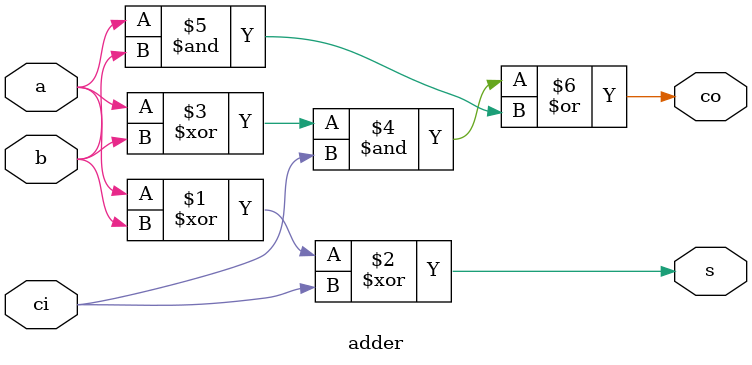
<source format=v>
module adder (
  input  wire a, // input a
  input  wire b, // input b
  input  wire ci, // input carry in
  output wire s, // output sum
  output wire co // output carry out
  );

  assign s = (a^b)^ci;
  assign co = ((a^b)&ci)|(a&b);
  
endmodule

</source>
